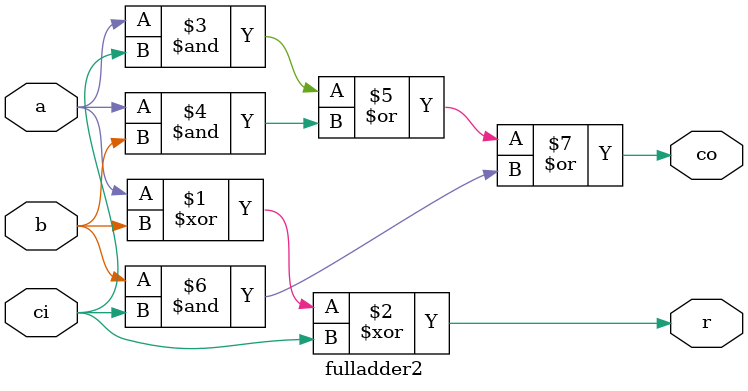
<source format=v>
module fulladder2(a,b,ci,r,co);
   input a,b,ci;
   output r,co;

   assign r = a^b^ci;
   assign co = a&ci|a&b|b&ci;

endmodule // fulladder

</source>
